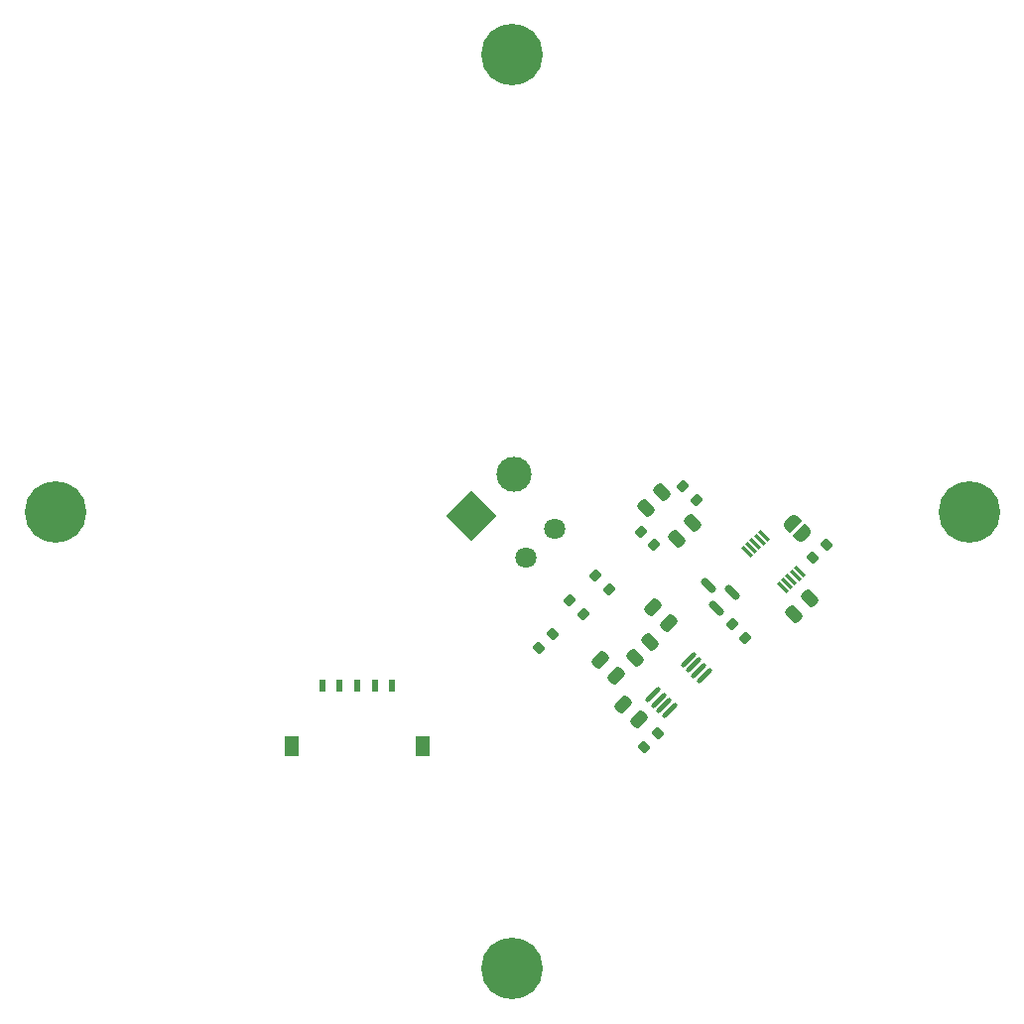
<source format=gbr>
%TF.GenerationSoftware,KiCad,Pcbnew,(6.0.9)*%
%TF.CreationDate,2023-03-28T01:31:43-07:00*%
%TF.ProjectId,solar-panel-side-Z,736f6c61-722d-4706-916e-656c2d736964,3.1*%
%TF.SameCoordinates,Original*%
%TF.FileFunction,Soldermask,Bot*%
%TF.FilePolarity,Negative*%
%FSLAX46Y46*%
G04 Gerber Fmt 4.6, Leading zero omitted, Abs format (unit mm)*
G04 Created by KiCad (PCBNEW (6.0.9)) date 2023-03-28 01:31:43*
%MOMM*%
%LPD*%
G01*
G04 APERTURE LIST*
G04 Aperture macros list*
%AMRoundRect*
0 Rectangle with rounded corners*
0 $1 Rounding radius*
0 $2 $3 $4 $5 $6 $7 $8 $9 X,Y pos of 4 corners*
0 Add a 4 corners polygon primitive as box body*
4,1,4,$2,$3,$4,$5,$6,$7,$8,$9,$2,$3,0*
0 Add four circle primitives for the rounded corners*
1,1,$1+$1,$2,$3*
1,1,$1+$1,$4,$5*
1,1,$1+$1,$6,$7*
1,1,$1+$1,$8,$9*
0 Add four rect primitives between the rounded corners*
20,1,$1+$1,$2,$3,$4,$5,0*
20,1,$1+$1,$4,$5,$6,$7,0*
20,1,$1+$1,$6,$7,$8,$9,0*
20,1,$1+$1,$8,$9,$2,$3,0*%
%AMRotRect*
0 Rectangle, with rotation*
0 The origin of the aperture is its center*
0 $1 length*
0 $2 width*
0 $3 Rotation angle, in degrees counterclockwise*
0 Add horizontal line*
21,1,$1,$2,0,0,$3*%
%AMFreePoly0*
4,1,22,0.499999,-0.750000,0.000000,-0.750000,0.000000,-0.745033,-0.079941,-0.743568,-0.215256,-0.701293,-0.333266,-0.622738,-0.424486,-0.514219,-0.481581,-0.384460,-0.499164,-0.250000,-0.500000,-0.250000,-0.500000,0.250000,-0.499164,0.250000,-0.499963,0.256109,-0.478152,0.396186,-0.417904,0.524511,-0.324060,0.630769,-0.204165,0.706417,-0.067858,0.745374,0.000000,0.744960,0.000000,0.750000,
0.499999,0.750000,0.499999,-0.750000,0.499999,-0.750000,$1*%
%AMFreePoly1*
4,1,20,0.000000,0.744960,0.073905,0.744508,0.209726,0.703889,0.328688,0.626782,0.421226,0.519385,0.479903,0.390333,0.500000,0.250000,0.500000,-0.250000,0.499851,-0.262216,0.476331,-0.402017,0.414519,-0.529596,0.319384,-0.634700,0.198574,-0.708877,0.061801,-0.746166,0.000000,-0.745033,0.000000,-0.750000,-0.499999,-0.750000,-0.499999,0.750000,0.000000,0.750000,0.000000,0.744960,
0.000000,0.744960,$1*%
G04 Aperture macros list end*
%ADD10C,5.250000*%
%ADD11R,0.600000X1.000000*%
%ADD12R,1.250000X1.800000*%
%ADD13RotRect,1.100000X0.250000X135.000000*%
%ADD14C,1.800000*%
%ADD15RoundRect,0.250000X0.512652X0.159099X0.159099X0.512652X-0.512652X-0.159099X-0.159099X-0.512652X0*%
%ADD16RoundRect,0.250000X-0.512652X-0.159099X-0.159099X-0.512652X0.512652X0.159099X0.159099X0.512652X0*%
%ADD17RoundRect,0.250000X0.159099X-0.512652X0.512652X-0.159099X-0.159099X0.512652X-0.512652X0.159099X0*%
%ADD18FreePoly0,135.000000*%
%ADD19FreePoly1,135.000000*%
%ADD20RotRect,3.000000X3.000000X45.000000*%
%ADD21C,3.000000*%
%ADD22RoundRect,0.200000X0.335876X0.053033X0.053033X0.335876X-0.335876X-0.053033X-0.053033X-0.335876X0*%
%ADD23RoundRect,0.200000X-0.053033X0.335876X-0.335876X0.053033X0.053033X-0.335876X0.335876X-0.053033X0*%
%ADD24RoundRect,0.250000X-0.159099X0.512652X-0.512652X0.159099X0.159099X-0.512652X0.512652X-0.159099X0*%
%ADD25RoundRect,0.200000X-0.335876X-0.053033X-0.053033X-0.335876X0.335876X0.053033X0.053033X0.335876X0*%
%ADD26RoundRect,0.100000X0.433103X0.574524X-0.574524X-0.433103X-0.433103X-0.574524X0.574524X0.433103X0*%
%ADD27RoundRect,0.150000X0.521491X-0.309359X-0.309359X0.521491X-0.521491X0.309359X0.309359X-0.521491X0*%
G04 APERTURE END LIST*
D10*
%TO.C,J4*%
X110500000Y-85000000D03*
%TD*%
%TO.C,J5*%
X149500000Y-124000000D03*
%TD*%
%TO.C,J6*%
X149500000Y-46000000D03*
%TD*%
%TO.C,J7*%
X188500000Y-85000000D03*
%TD*%
D11*
%TO.C,J1*%
X139278501Y-99850000D03*
X137778501Y-99850000D03*
X136278502Y-99850000D03*
X134778500Y-99850000D03*
X133278500Y-99850000D03*
D12*
X141883500Y-105040000D03*
X130673502Y-105040000D03*
%TD*%
D13*
%TO.C,U5*%
X174013122Y-90070652D03*
X173659569Y-90424205D03*
X173306016Y-90777759D03*
X172952462Y-91131312D03*
X172598909Y-91484865D03*
X169558350Y-88444306D03*
X169911903Y-88090753D03*
X170265456Y-87737199D03*
X170619010Y-87383646D03*
X170972563Y-87030093D03*
%TD*%
D14*
%TO.C,J2*%
X153121371Y-86416497D03*
X150646497Y-88891371D03*
%TD*%
D15*
%TO.C,C6*%
X158386062Y-98994337D03*
X157042560Y-97650835D03*
%TD*%
D16*
%TO.C,C5*%
X161483190Y-93181922D03*
X162826692Y-94525424D03*
%TD*%
D17*
%TO.C,C7*%
X159941697Y-97438704D03*
X161285199Y-96095202D03*
%TD*%
D15*
%TO.C,C4*%
X160309393Y-102756148D03*
X158965891Y-101412646D03*
%TD*%
D17*
%TO.C,C8*%
X173539361Y-93698109D03*
X174882863Y-92354607D03*
%TD*%
D18*
%TO.C,JP1*%
X174310106Y-86874529D03*
D19*
X173390868Y-85955291D03*
%TD*%
D20*
%TO.C,J3*%
X146020000Y-85360000D03*
D21*
X149612102Y-81767898D03*
%TD*%
D22*
%TO.C,FB1*%
X161617540Y-87843265D03*
X160450814Y-86676539D03*
%TD*%
D23*
%TO.C,R2*%
X152934268Y-95465877D03*
X151767542Y-96632603D03*
%TD*%
D24*
%TO.C,C9*%
X162232722Y-83324854D03*
X160889220Y-84668356D03*
%TD*%
D23*
%TO.C,FB3*%
X161914523Y-103922874D03*
X160747797Y-105089600D03*
%TD*%
D17*
%TO.C,C10*%
X163512587Y-87263437D03*
X164856089Y-85919935D03*
%TD*%
D25*
%TO.C,R5*%
X168243131Y-94610277D03*
X169409857Y-95777003D03*
%TD*%
%TO.C,R3*%
X156575867Y-90452490D03*
X157742593Y-91619216D03*
%TD*%
D22*
%TO.C,FB2*%
X165244998Y-83975391D03*
X164078272Y-82808665D03*
%TD*%
D26*
%TO.C,U4*%
X164520213Y-97626087D03*
X164979832Y-98085706D03*
X165439452Y-98545326D03*
X165899071Y-99004945D03*
X162911545Y-101992471D03*
X162451926Y-101532852D03*
X161992306Y-101073232D03*
X161532687Y-100613613D03*
%TD*%
D23*
%TO.C,R6*%
X176297077Y-87786695D03*
X175130351Y-88953421D03*
%TD*%
D27*
%TO.C,U6*%
X168250202Y-91916200D03*
X166906699Y-93259703D03*
X166252625Y-91262126D03*
%TD*%
D22*
%TO.C,R4*%
X155578849Y-93740535D03*
X154412123Y-92573809D03*
%TD*%
M02*

</source>
